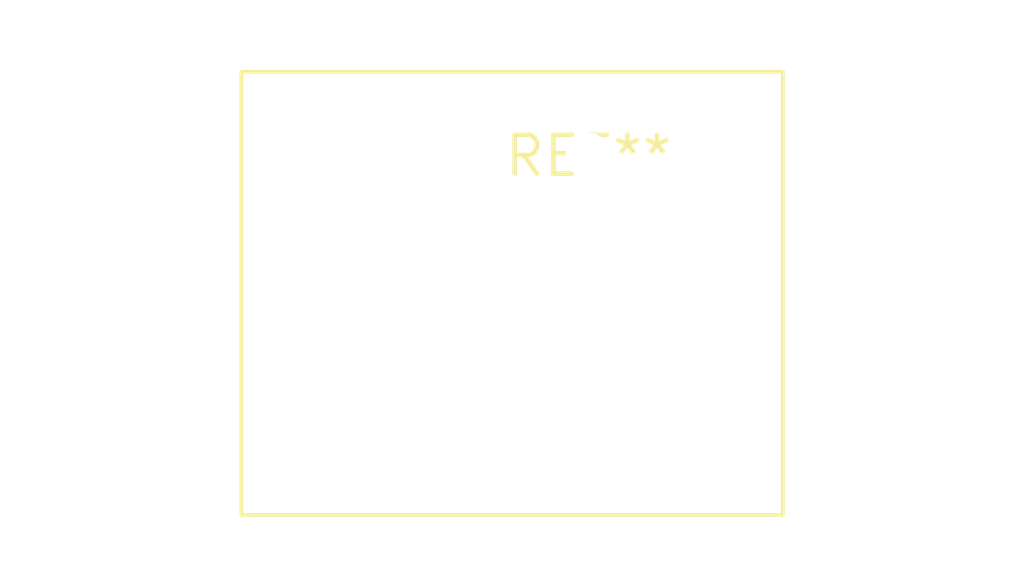
<source format=kicad_pcb>
(kicad_pcb (version 20240108) (generator pcbnew)
  (layers (0 "F.Cu" signal) (31 "B.Cu" signal) (34 "B.Paste" user) (35 "F.Paste" user) (36 "B.SilkS" user "B.Silkscreen") (37 "F.SilkS" user "F.Silkscreen") (38 "B.Mask" user) (39 "F.Mask" user) (44 "Edge.Cuts" user))
  (net 0 "")
  (footprint "SW_Matias_1.75u" (layer "F.Cu") (at 0 0)
    (property "Reference" "REF**")
    (property "Value" "SW_Matias_1.75u")
    (fp_line (start -11.35 -2.75) (end 6.35 -2.75) (layer "F.SilkS") (stroke (width 0.12)))
    (fp_line (start -11.35 11.75) (end -11.35 -2.75) (layer "F.SilkS") (stroke (width 0.12)))
    (fp_line (start 6.35 -2.75) (end 6.35 11.75) (layer "F.SilkS") (stroke (width 0.12)))
    (fp_line (start 6.35 11.75) (end -11.35 11.75) (layer "F.SilkS") (stroke (width 0.12)))
    (pad "1" thru_hole circle (at 0 0) (size 2.2 2.2) (drill 1.5) (layers *.Cu *.Mask) (remove_unused_layers))
    (pad "2" thru_hole circle (at -5 0.5) (size 2.2 2.2) (drill 1.5) (layers *.Cu *.Mask) (remove_unused_layers))
  )
)
</source>
